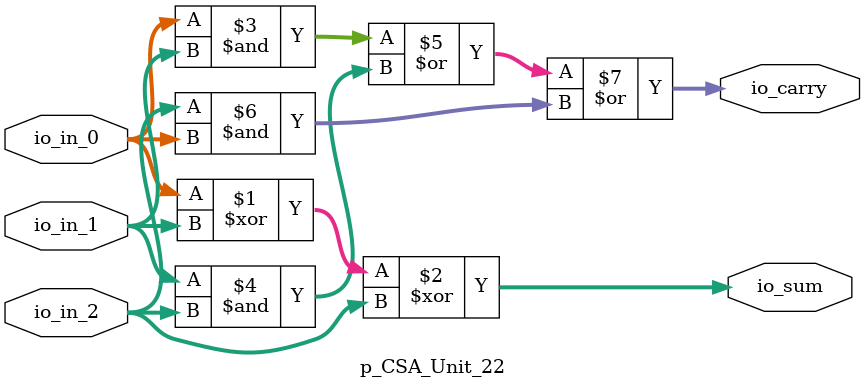
<source format=sv>
module p_CSA_Unit_22(
  input  [10:0] io_in_0,
                io_in_1,
                io_in_2,
  output [10:0] io_sum,
                io_carry
);

  assign io_sum = io_in_0 ^ io_in_1 ^ io_in_2;
  assign io_carry = io_in_0 & io_in_1 | io_in_1 & io_in_2 | io_in_2 & io_in_0;
endmodule


</source>
